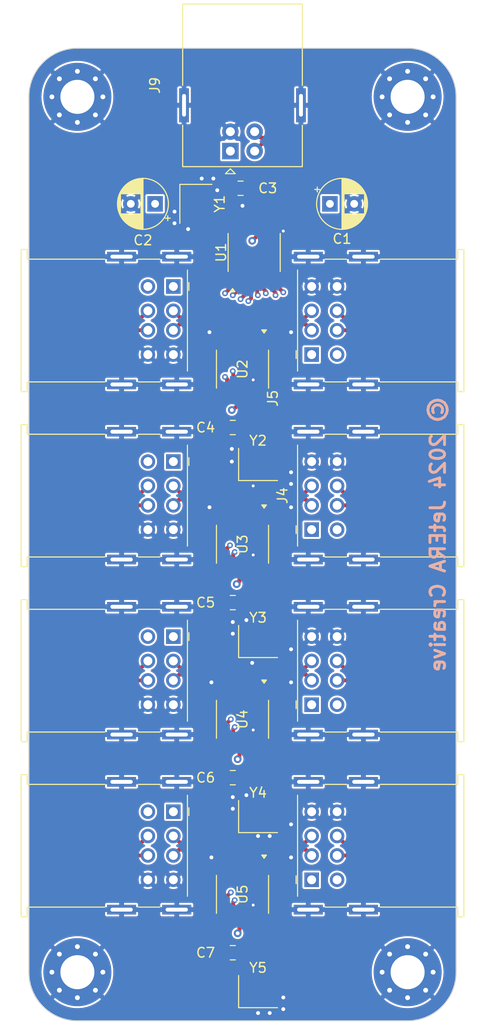
<source format=kicad_pcb>
(kicad_pcb (version 20240108) (generator "pcbnew") (generator_version "8.0")
  (title_block (title "USB 2.0 HighSpeed x16 Hub") (date "2024-11-09") (rev "2024.2") (company "JetERA Creative") (comment 1 "https://creativecommons.org/licenses/by-sa/4.0/legalcode.en") (comment 2 "Use of this PCB design is governed under the CC BY-SA 4.0 International license."))
  (layers (0 "F.Cu" signal) (1 "In1.Cu" signal) (2 "In2.Cu" signal) (31 "B.Cu" signal) (34 "B.Paste" user) (35 "F.Paste" user) (36 "B.SilkS" user "B.Silkscreen") (37 "F.SilkS" user "F.Silkscreen") (38 "B.Mask" user) (39 "F.Mask" user) (44 "Edge.Cuts" user))
  (net 0 "")
  (net 1 "+5V")
  (net 2 "GND")
  (net 3 "Net-(U3-3V3)")
  (net 4 "Net-(U4-3V3)")
  (net 5 "Net-(U5-3V3)")
  (net 6 "Net-(U3-XO)")
  (net 7 "Net-(U3-XI)")
  (net 8 "Net-(U4-XO)")
  (net 9 "Net-(U4-XI)")
  (net 10 "Net-(U5-XO)")
  (net 11 "Net-(U5-XI)")
  (net 12 "Net-(U1-D3-)")
  (net 13 "Net-(U1-D3+)")
  (net 14 "Net-(U1-D2-)")
  (net 15 "Net-(U1-D2+)")
  (net 16 "Net-(U1-D1-)")
  (net 17 "Net-(U1-D1+)")
  (net 18 "Net-(J1-D1-)")
  (net 19 "Net-(J1-D2+)")
  (net 20 "Net-(J1-D1+)")
  (net 21 "Net-(J1-D2-)")
  (net 22 "Net-(J2-D2+)")
  (net 23 "Net-(J2-D2-)")
  (net 24 "Net-(J2-D1-)")
  (net 25 "Net-(J2-D1+)")
  (net 26 "Net-(J3-D1-)")
  (net 27 "Net-(J3-D1+)")
  (net 28 "Net-(J3-D2+)")
  (net 29 "Net-(J3-D2-)")
  (net 30 "Net-(J4-D1+)")
  (net 31 "Net-(J4-D2-)")
  (net 32 "Net-(J4-D1-)")
  (net 33 "Net-(J4-D2+)")
  (net 34 "Net-(J5-D1-)")
  (net 35 "Net-(J5-D2-)")
  (net 36 "Net-(J5-D2+)")
  (net 37 "Net-(J5-D1+)")
  (net 38 "Net-(J6-D2-)")
  (net 39 "Net-(J6-D1+)")
  (net 40 "Net-(J6-D2+)")
  (net 41 "Net-(J6-D1-)")
  (net 42 "Net-(J7-D1-)")
  (net 43 "Net-(J7-D1+)")
  (net 44 "Net-(J7-D2-)")
  (net 45 "Net-(J7-D2+)")
  (net 46 "Net-(J8-D1-)")
  (net 47 "Net-(J8-D2-)")
  (net 48 "Net-(J8-D1+)")
  (net 49 "Net-(J8-D2+)")
  (net 50 "Net-(U1-3V3)")
  (net 51 "Net-(U2-3V3)")
  (net 52 "Net-(U1-D4+)")
  (net 53 "Net-(U1-D4-)")
  (net 54 "Net-(U1-XI)")
  (net 55 "Net-(U1-XO)")
  (net 56 "Net-(U2-XI)")
  (net 57 "Net-(U2-XO)")
  (net 58 "Net-(J9-D-)")
  (net 59 "Net-(J9-D+)")
  (footprint "footprints:USB_B_OST_USB-B1HSxx_Horizontal" (layer "F.Cu") (at 58.75 85.5775 90)
    (property "Reference" "J9")
    (property "Value" "USB_B")
  )
  (footprint "footprints:USB_A_Wuerth_61400826021_Horizontal_Stacked" (layer "F.Cu") (at 67.12 142.5 90)
    (property "Reference" "J6" (hide yes))
    (property "Value" "USB_A_Stacked")
  )
  (footprint "footprints:USB_A_Wuerth_61400826021_Horizontal_Stacked" (layer "F.Cu") (at 52.88 135.5 -90)
    (property "Reference" "J5" (hide yes))
    (property "Value" "USB_A_Stacked")
  )
  (footprint "footprints:USB_A_Wuerth_61400826021_Horizontal_Stacked" (layer "F.Cu") (at 67.12 124.5 90)
    (property "Reference" "J4")
    (property "Value" "USB_A_Stacked")
  )
  (footprint "Crystal:Crystal_SMD_3225-4Pin_3.2x2.5mm" (layer "F.Cu") (at 61.6 154)
    (property "Reference" "Y4")
    (property "Value" "Crystal_GND24_Small")
  )
  (footprint "Capacitor_SMD:C_0805_2012Metric" (layer "F.Cu") (at 59 168 180)
    (property "Reference" "C7")
    (property "Value" "4.7uF")
  )
  (footprint "footprints:USB_A_Wuerth_61400826021_Horizontal_Stacked" (layer "F.Cu") (at 67.12 160.5 90)
    (property "Reference" "J8" (hide yes))
    (property "Value" "USB_A_Stacked")
  )
  (footprint "Capacitor_SMD:C_0805_2012Metric" (layer "F.Cu") (at 59 150 180)
    (property "Reference" "C6")
    (property "Value" "4.7uF")
  )
  (footprint "Package_SO:QSOP-16_3.9x4.9mm_P0.635mm" (layer "F.Cu") (at 60 144 -90)
    (property "Reference" "U4")
    (property "Value" "CH334R")
  )
  (footprint "Capacitor_SMD:C_0805_2012Metric" (layer "F.Cu") (at 59.8 89.4 180)
    (property "Reference" "C3")
    (property "Value" "4.7uF")
  )
  (footprint "footprints:USB_A_Wuerth_61400826021_Horizontal_Stacked" (layer "F.Cu") (at 52.88 153.5 -90)
    (property "Reference" "J7" (hide yes))
    (property "Value" "USB_A_Stacked")
  )
  (footprint "MountingHole:MountingHole_3.5mm_Pad_Via" (layer "F.Cu") (at 77 170)
    (property "Reference" "H4" (hide yes))
    (property "Value" "MountingHole_Pad")
  )
  (footprint "Crystal:Crystal_SMD_3225-4Pin_3.2x2.5mm" (layer "F.Cu") (at 61.6 136)
    (property "Reference" "Y3")
    (property "Value" "Crystal_GND24_Small")
  )
  (footprint "Crystal:Crystal_SMD_3225-4Pin_3.2x2.5mm" (layer "F.Cu") (at 55.2 91 -90)
    (property "Reference" "Y1")
    (property "Value" "Crystal_GND24_Small")
  )
  (footprint "Package_SO:QSOP-16_3.9x4.9mm_P0.635mm" (layer "F.Cu") (at 60 108 -90)
    (property "Reference" "U2")
    (property "Value" "CH334R")
  )
  (footprint "Package_SO:QSOP-16_3.9x4.9mm_P0.635mm" (layer "F.Cu") (at 60 162 -90)
    (property "Reference" "U5")
    (property "Value" "CH334R")
  )
  (footprint "footprints:USB_A_Wuerth_61400826021_Horizontal_Stacked" (layer "F.Cu") (at 67.12 106.5 90)
    (property "Reference" "J2" (hide yes))
    (property "Value" "USB_A_Stacked")
  )
  (footprint "Capacitor_THT:CP_Radial_D5.0mm_P2.50mm" (layer "F.Cu") (at 51 91 180)
    (property "Reference" "C2")
    (property "Value" "270uF")
  )
  (footprint "Package_SO:QSOP-16_3.9x4.9mm_P0.635mm" (layer "F.Cu") (at 60 126 -90)
    (property "Reference" "U3")
    (property "Value" "CH334R")
  )
  (footprint "MountingHole:MountingHole_3.5mm_Pad_Via" (layer "F.Cu") (at 77 80)
    (property "Reference" "H2" (hide yes))
    (property "Value" "MountingHole_Pad")
  )
  (footprint "Crystal:Crystal_SMD_3225-4Pin_3.2x2.5mm" (layer "F.Cu") (at 61.6 117.8)
    (property "Reference" "Y2")
    (property "Value" "Crystal_GND24_Small")
  )
  (footprint "Capacitor_THT:CP_Radial_D5.0mm_P2.50mm" (layer "F.Cu") (at 69 91)
    (property "Reference" "C1")
    (property "Value" "270uF")
  )
  (footprint "footprints:USB_A_Wuerth_61400826021_Horizontal_Stacked" (layer "F.Cu") (at 52.88 117.5 -90)
    (property "Reference" "J3" (hide yes))
    (property "Value" "USB_A_Stacked")
  )
  (footprint "MountingHole:MountingHole_3.5mm_Pad_Via" (layer "F.Cu") (at 43 80)
    (property "Reference" "H1" (hide yes))
    (property "Value" "MountingHole_Pad")
  )
  (footprint "Crystal:Crystal_SMD_3225-4Pin_3.2x2.5mm" (layer "F.Cu") (at 61.6 172)
    (property "Reference" "Y5")
    (property "Value" "Crystal_GND24_Small")
  )
  (footprint "Capacitor_SMD:C_0805_2012Metric" (layer "F.Cu") (at 59 132 180)
    (property "Reference" "C5")
    (property "Value" "4.7uF")
  )
  (footprint "footprints:USB_A_Wuerth_61400826021_Horizontal_Stacked" (layer "F.Cu") (at 52.88 99.5 -90)
    (property "Reference" "J1" (hide yes))
    (property "Value" "USB_A_Stacked")
  )
  (footprint "Package_SO:QSOP-16_3.9x4.9mm_P0.635mm" (layer "F.Cu") (at 61.2 96 90)
    (property "Reference" "U1")
    (property "Value" "CH334R")
  )
  (footprint "Capacitor_SMD:C_0805_2012Metric" (layer "F.Cu") (at 59 114 180)
    (property "Reference" "C4")
    (property "Value" "4.7uF")
  )
  (footprint "MountingHole:MountingHole_3.5mm_Pad_Via" (layer "F.Cu") (at 43 170)
    (property "Reference" "H3" (hide yes))
    (property "Value" "MountingHole_Pad")
  )
  (gr_line (start 43 75) (end 77 75) (stroke (width 0.1)) (layer "Edge.Cuts"))
  (gr_line (start 82 80) (end 82 170) (stroke (width 0.1)) (layer "Edge.Cuts"))
  (gr_arc (start 43 175) (mid 39.464466 173.535534) (end 38 170) (stroke (width 0.1)) (layer "Edge.Cuts"))
  (gr_arc (start 38 80) (mid 39.464466 76.464466) (end 43 75) (stroke (width 0.1)) (layer "Edge.Cuts"))
  (gr_arc (start 77 75) (mid 80.535534 76.464466) (end 82 80) (stroke (width 0.1)) (layer "Edge.Cuts"))
  (gr_line (start 38 170) (end 38 80) (stroke (width 0.1)) (layer "Edge.Cuts"))
  (gr_arc (start 82 170) (mid 80.535534 173.535534) (end 77 175) (stroke (width 0.1)) (layer "Edge.Cuts"))
  (gr_line (start 77 175) (end 43 175) (stroke (width 0.1)) (layer "Edge.Cuts"))
  (gr_text "© 2024 JetERA Creative" (at 81 125 90) (layer "B.SilkS") (effects (font (size 1.5 1.5) (thickness 0.3) (bold yes)) (justify bottom mirror)))
  (gr_text "J5" (at 63.12 111 90) (layer "F.SilkS") (effects (font (size 1 1))))
  (segment (start 59.6825 147.9175) (end 59.5 148.1) (width 0.4) (layer "F.Cu") (net 1))
  (segment (start 61.5175 93.3625) (end 61.5175 94.2825) (width 0.4) (layer "F.Cu") (net 1))
  (segment (start 59.6825 128.6375) (end 59.6825 129.8175) (width 0.4) (layer "F.Cu") (net 1))
  (segment (start 61.5175 94.2825) (end 61 94.8) (width 0.4) (layer "F.Cu") (net 1))
  (segment (start 59.6825 164.6375) (end 59.6825 165.8175) (width 0.4) (layer "F.Cu") (net 1))
  (segment (start 59.6825 129.8175) (end 59.4 130.1) (width 0.4) (layer "F.Cu") (net 1))
  (segment (start 59.6825 111.524878) (end 59.007378 112.2) (width 0.4) (layer "F.Cu") (net 1))
  (segment (start 59.6825 165.8175) (end 59.5 166) (width 0.4) (layer "F.Cu") (net 1))
  (segment (start 59.6825 146.6375) (end 59.6825 147.9175) (width 0.4) (layer "F.Cu") (net 1))
  (segment (start 59.6825 110.6375) (end 59.6825 111.524878) (width 0.4) (layer "F.Cu") (net 1))
  (segment (start 59.007378 112.2) (end 58.9 112.2) (width 0.4) (layer "F.Cu") (net 1))
  (via (at 59.5 148.1) (size 0.8) (drill 0.4) (layers "F.Cu" "B.Cu") (net 1))
  (via (at 58.9 112.2) (size 0.8) (drill 0.4) (layers "F.Cu" "B.Cu") (net 1))
  (via (at 59.4 130.1) (size 0.8) (drill 0.4) (layers "F.Cu" "B.Cu") (net 1))
  (via (at 59.5 166) (size 0.8) (drill 0.4) (layers "F.Cu" "B.Cu") (net 1))
  (via (at 61 94.8) (size 0.8) (drill 0.4) (layers "F.Cu" "B.Cu") (net 1))
  (via (at 65 140.2) (size 0.8) (drill 0.4) (layers "F.Cu" "B.Cu") (net 2))
  (via (at 57.4 89.6) (size 0.8) (drill 0.4) (layers "F.Cu" "B.Cu") (net 2))
  (via (at 58.9 117.5) (size 0.8) (drill 0.4) (layers "F.Cu" "B.Cu") (net 2))
  (via (at 64.2 172.6) (size 0.8) (drill 0.4) (layers "F.Cu" "B.Cu") (net 2))
  (via (at 62.8 174.2) (size 0.8) (drill 0.4) (layers "F.Cu" "B.Cu") (net 2))
  (via (at 60.4 151.8) (size 0.8) (drill 0.4) (layers "F.Cu" "B.Cu") (net 2))
  (via (at 64.2 173.8) (size 0.8) (drill 0.4) (layers "F.Cu" "B.Cu") (net 2))
  (via (at 61.1 120) (size 0.6) (drill 0.3) (layers "F.Cu" "B.Cu") (net 2))
  (via (at 54.4 93.6) (size 0.8) (drill 0.4) (layers "F.Cu" "B.Cu") (net 2))
  (via (at 65 154.8) (size 0.8) (drill 0.4) (layers "F.Cu" "B.Cu") (net 2))
  (via (at 56.6 104.2) (size 0.8) (drill 0.4) (layers "F.Cu" "B.Cu") (net 2))
  (via (at 56.8 158.2) (size 0.8) (drill 0.4) (layers "F.Cu" "B.Cu") (net 2))
  (via (at 55.8 88.4) (size 0.8) (drill 0.4) (layers "F.Cu" "B.Cu") (net 2))
  (via (at 53 93) (size 0.8) (drill 0.4) (layers "F.Cu" "B.Cu") (net 2))
  (via (at 61.1 109.1) (size 0.6) (drill 0.3) (layers "F.Cu" "B.Cu") (net 2))
  (via (at 65 158.2) (size 0.8) (drill 0.4) (layers "F.Cu" "B.Cu") (net 2))
  (via (at 61.1 145.1) (size 0.6) (drill 0.3) (layers "F.Cu" "B.Cu") (net 2))
  (via (at 65 118.6) (size 0.8) (drill 0.4) (layers "F.Cu" "B.Cu") (net 2))
  (via (at 59 152) (size 0.8) (drill 0.4) (layers "F.Cu" "B.Cu") (net 2))
  (via (at 59 134) (size 0.8) (drill 0.4) (layers "F.Cu" "B.Cu") (net 2))
  (via (at 61.1 163.1) (size 0.6) (drill 0.3) (layers "F.Cu" "B.Cu") (net 2))
  (via (at 57 88.4) (size 0.8) (drill 0.4) (layers "F.Cu" "B.Cu") (net 2))
  (via (at 65 104.2) (size 0.8) (drill 0.4) (layers "F.Cu" "B.Cu") (net 2))
  (via (at 56.6 122.2) (size 0.8) (drill 0.4) (layers "F.Cu" "B.Cu") (net 2))
  (via (at 65 119.8) (size 0.8) (drill 0.4) (layers "F.Cu" "B.Cu") (net 2))
  (via (at 61.1 127.1) (size 0.6) (drill 0.3) (layers "F.Cu" "B.Cu") (net 2))
  (via (at 58.9 116.2) (size 0.8) (drill 0.4) (layers "F.Cu" "B.Cu") (net 2))
  (via (at 65 136.8) (size 0.8) (drill 0.4) (layers "F.Cu" "B.Cu") (net 2))
  (via (at 56.8 140.2) (size 0.8) (drill 0.4) (layers "F.Cu" "B.Cu") (net 2))
  (via (at 60 91.2) (size 0.8) (drill 0.4) (layers "F.Cu" "B.Cu") (net 2))
  (via (at 59 153.2) (size 0.8) (drill 0.4) (layers "F.Cu" "B.Cu") (net 2))
  (via (at 60.4 133.8) (size 0.8) (drill 0.4) (layers "F.Cu" "B.Cu") (net 2))
  (via (at 61.6 174.2) (size 0.8) (drill 0.4) (layers "F.Cu" "B.Cu") (net 2))
  (via (at 64.2 93.8) (size 0.6) (drill 0.3) (layers "F.Cu" "B.Cu") (net 2))
  (via (at 65 122.2) (size 0.8) (drill 0.4) (layers "F.Cu" "B.Cu") (net 2))
  (via (at 61.6 156) (size 0.8) (drill 0.4) (layers "F.Cu" "B.Cu") (net 2))
  (via (at 53 91.8) (size 0.8) (drill 0.4) (layers "F.Cu" "B.Cu") (net 2))
  (via (at 61 138.2) (size 0.8) (drill 0.4) (layers "F.Cu" "B.Cu") (net 2))
  (via (at 59 135.2) (size 0.8) (drill 0.4) (layers "F.Cu" "B.Cu") (net 2))
  (via (at 62.8 156) (size 0.8) (drill 0.4) (layers "F.Cu" "B.Cu") (net 2))
  (segment (start 60.3175 131.6325) (end 59.95 132) (width 0.4) (layer "F.Cu") (net 3))
  (segment (start 60.3175 128.6375) (end 60.3175 131.6325) (width 0.4) (layer "F.Cu") (net 3))
  (segment (start 60.3175 149.6325) (end 59.95 150) (width 0.4) (layer "F.Cu") (net 4))
  (segment (start 60.3175 146.6375) (end 60.3175 149.6325) (width 0.4) (layer "F.Cu") (net 4))
  (segment (start 60.3175 167.6325) (end 59.95 168) (width 0.4) (layer "F.Cu") (net 5))
  (segment (start 60.3175 164.6375) (end 60.3175 167.6325) (width 0.4) (layer "F.Cu") (net 5))
  (segment (start 61.6 135.9625) (end 60.7125 136.85) (width 0.4) (layer "F.Cu") (net 6))
  (segment (start 60.7125 136.85) (end 60.5 136.85) (width 0.4) (layer "F.Cu") (net 6))
  (segment (start 61.6 128.65) (end 61.6 135.9625) (width 0.4) (layer "F.Cu") (net 6))
  (segment (start 61.5875 128.6375) (end 61.6 128.65) (width 0.4) (layer "F.Cu") (net 6))
  (segment (start 62.2225 134.6725) (end 62.7 135.15) (width 0.4) (layer "F.Cu") (net 7))
  (segment (start 62.2225 128.6375) (end 62.2225 134.6725) (width 0.4) (layer "F.Cu") (net 7))
  (segment (start 61.6 146.65) (end 61.6 154) (width 0.4) (layer "F.Cu") (net 8))
  (segment (start 61.6 154) (end 60.75 154.85) (width 0.4) (layer "F.Cu") (net 8))
  (segment (start 60.75 154.85) (end 60.5 154.85) (width 0.4) (layer "F.Cu") (net 8))
  (segment (start 61.5875 146.6375) (end 61.6 146.65) (width 0.4) (layer "F.Cu") (net 8))
  (segment (start 62.2225 146.6375) (end 62.2225 152.6725) (width 0.4) (layer "F.Cu") (net 9))
  (segment (start 62.2225 152.6725) (end 62.7 153.15) (width 0.4) (layer "F.Cu") (net 9))
  (segment (start 61.6 164.65) (end 61.6 172) (width 0.4) (layer "F.Cu") (net 10))
  (segment (start 61.6 172) (end 60.75 172.85) (width 0.4) (layer "F.Cu") (net 10))
  (segment (start 61.5875 164.6375) (end 61.6 164.65) (width 0.4) (layer "F.Cu") (net 10))
  (segment (start 60.75 172.85) (end 60.5 172.85) (width 0.4) (layer "F.Cu") (net 10))
  (segment (start 62.2225 170.6725) (end 62.7 171.15) (width 0.4) (layer "F.Cu") (net 11))
  (segment (start 62.2225 164.6375) (end 62.2225 170.6725) (width 0.4) (layer "F.Cu") (net 11))
  (segment (start 60.2475 100.3525) (end 60.2475 98.6375) (width 0.4) (layer "F.Cu") (net 12))
  (segment (start 58.4125 126.4125) (end 58.4125 128.6375) (width 0.4) (layer "F.Cu") (net 12))
  (segment (start 59.8 100.8) (end 60.2475 100.3525) (width 0.4) (layer "F.Cu") (net 12))
  (segment (start 58.7125 126.1125) (end 58.4125 126.4125) (width 0.4) (layer "F.Cu") (net 12))
  (via (at 59.8 100.8) (size 0.6) (drill 0.3) (layers "F.Cu" "B.Cu") (net 12))
  (via (at 58.7125 126.1125) (size 0.6) (drill 0.3) (layers "F.Cu" "B.Cu") (net 12))
  (segment (start 59.0475 126.9525) (end 59.0475 128.6375) (width 0.4) (layer "F.Cu") (net 13))
  (segment (start 60.8825 100.7175) (end 60.8825 98.6375) (width 0.4) (layer "F.Cu") (net 13))
  (segment (start 59.2 126.8) (end 59.0475 126.9525) (width 0.4) (layer "F.Cu") (net 13))
  (segment (start 60.6 101) (end 60.8825 100.7175) (width 0.4) (layer "F.Cu") (net 13))
  (via (at 59.2 126.8) (size 0.6) (drill 0.3) (layers "F.Cu" "B.Cu") (net 13))
  (via (at 60.6 101) (size 0.6) (drill 0.3) (layers "F.Cu" "B.Cu") (net 13))
  (segment (start 58.4125 144.3875) (end 58.4125 146.6375) (width 0.4) (layer "F.Cu") (net 14))
  (segment (start 61.5825 100.4) (end 61.5175 100.335) (width 0.4) (layer "F.Cu") (net 14))
  (segment (start 61.5175 100.335) (end 61.5175 98.6375) (width 0.4) (layer "F.Cu") (net 14))
  (segment (start 58.8 144) (end 58.4125 144.3875) (width 0.4) (layer "F.Cu") (net 14))
  (via (at 58.8 144) (size 0.6) (drill 0.3) (layers "F.Cu" "B.Cu") (net 14))
  (via (at 61.5825 100.4) (size 0.6) (drill 0.3) (layers "F.Cu" "B.Cu") (net 14))
  (segment (start 59.0475 146.6375) (end 59.0475 144.9525) (width 0.4) (layer "F.Cu") (net 15))
  (segment (start 59.0475 144.9525) (end 59.2 144.8) (width 0.4) (layer "F.Cu") (net 15))
  (segment (start 62.1525 99.7525) (end 62.1525 98.6375) (width 0.4) (layer "F.Cu") (net 15))
  (segment (start 62.4 100.2) (end 62.4 100) (width 0.4) (layer "F.Cu") (net 15))
  (segment (start 62.4 100) (end 62.1525 99.7525) (width 0.4) (layer "F.Cu") (net 15))
  (via (at 62.4 100.2) (size 0.6) (drill 0.3) (layers "F.Cu" "B.Cu") (net 15))
  (via (at 59.2 144.8) (size 0.6) (drill 0.3) (layers "F.Cu" "B.Cu") (net 15))
  (segment (start 58.8 161.8) (end 58.4125 162.1875) (width 0.4) (layer "F.Cu") (net 16))
  (segment (start 63.4 100.148528) (end 62.7875 99.536028) (width 0.4) (layer "F.Cu") (net 16))
  (segment (start 62.7875 99.536028) (end 62.7875 98.6375) (width 0.4) (layer "F.Cu") (net 16))
  (segment (start 58.4125 162.1875) (end 58.4125 164.6375) (width 0.4) (layer "F.Cu") (net 16))
  (segment (start 63.4 100.4) (end 63.4 100.148528) (width 0.4) (layer "F.Cu") (net 16))
  (via (at 58.8 161.8) (size 0.6) (drill 0.3) (layers "F.Cu" "B.Cu") (net 16))
  (via (at 63.4 100.4) (size 0.6) (drill 0.3) (layers "F.Cu" "B.Cu") (net 16))
  (segment (start 63.4225 99.3225) (end 63.4225 98.6375) (width 0.4) (layer "F.Cu") (net 17))
  (segment (start 59.2 162.6) (end 59.0475 162.7525) (width 0.4) (layer "F.Cu") (net 17))
  (segment (start 64.2 100.1) (end 63.4225 99.3225) (width 0.4) (layer "F.Cu") (net 17))
  (segment (start 59.0475 162.7525) (end 59.0475 164.6375) (width 0.4) (layer "F.Cu") (net 17))
  (via (at 59.2 162.6) (size 0.6) (drill 0.3) (layers "F.Cu" "B.Cu") (net 17))
  (via (at 64.2 100.1) (size 0.6) (drill 0.3) (layers "F.Cu" "B.Cu") (net 17))
  (segment (start 58.220906 102.8) (end 53.68 102.8) (width 0.4) (layer "F.Cu") (net 18))
  (segment (start 59.6825 105.3625) (end 59.6825 104.261594) (width 0.4) (layer "F.Cu") (net 18))
  (segment (start 59.6825 104.261594) (end 58.220906 102.8) (width 0.4) (layer "F.Cu") (net 18))
  (segment (start 53.68 102.8) (end 52.88 102) (width 0.4) (layer "F.Cu") (net 18))
  (segment (start 55.81385 108) (end 49.648528 108) (width 0.4) (layer "F.Cu") (net 19))
  (segment (start 49.648528 108) (end 48.8 107.151472) (width 0.4) (layer "F.Cu") (net 19))
  (segment (start 48.8 104.308528) (end 49.108528 104) (width 0.4) (layer "F.Cu") (net 19))
  (segment (start 57.7775 105.3625) (end 57.7775 106.03635) (width 0.4) (layer "F.Cu") (net 19))
  (segment (start 49.108528 104) (end 50.26 104) (width 0.4) (layer "F.Cu") (net 19))
  (segment (start 48.8 107.151472) (end 48.8 104.308528) (width 0.4) (layer "F.Cu") (net 19))
  (segment (start 57.7775 106.03635) (end 55.81385 108) (width 0.4) (layer "F.Cu") (net 19))
  (segment (start 53.48 103.4) (end 52.88 104) (width 0.4) (layer "F.Cu") (net 20))
  (segment (start 59.0475 105.3625) (end 59.0475 104.475122) (width 0.4) (layer "F.Cu") (net 20))
  (segment (start 59.0475 104.475122) (end 57.972378 103.4) (width 0.4) (layer "F.Cu") (net 20))
  (segment (start 57.972378 103.4) (end 53.48 103.4) (width 0.4) (layer "F.Cu") (net 20))
  (segment (start 48.2 104.06) (end 50.26 102) (width 0.4) (layer "F.Cu") (net 21))
  (segment (start 48.2 107.4) (end 48.2 104.06) (width 0.4) (layer "F.Cu") (net 21))
  (segment (start 56.062378 108.6) (end 49.4 108.6) (width 0.4) (layer "F.Cu") (net 21))
  (segment (start 58.4125 105.3625) (end 58.4125 106.249878) (width 0.4) (layer "F.Cu") (net 21))
  (segment (start 49.4 108.6) (end 48.2 107.4) (width 0.4) (layer "F.Cu") (net 21))
  (segment (start 58.4125 106.249878) (end 56.062378 108.6) (width 0.4) (layer "F.Cu") (net 21))
  (segment (start 61.5875 105.3625) (end 61.5875 106.249878) (width 0.4) (layer "F.Cu") (net 22))
  (segment (start 71.8 107.5) (end 71.8 104.06) (width 0.4) (layer "F.Cu") (net 22))
  (segment (start 61.5875 106.249878) (end 63.937622 108.6) (width 0.4) (layer "F.Cu") (net 22))
  (segment (start 71.8 104.06) (end 69.74 102) (width 0.4) (layer "F.Cu") (net 22))
  (segment (start 63.937622 108.6) (end 70.7 108.6) (width 0.4) (layer "F.Cu") (net 22))
  (segment (start 70.7 108.6) (end 71.8 107.5) (width 0.4) (layer "F.Cu") (net 22))
  (segment (start 62.2225 106.03635) (end 64.18615 108) (width 0.4) (layer "F.Cu") (net 23))
  (segment (start 62.2225 105.3625) (end 62.2225 106.03635) (width 0.4) (layer "F.Cu") (net 23))
  (segment (start 71.2 107.251472) (end 71.2 104.4) (width 0.4) (layer "F.Cu") (net 23))
  (segment (start 70.8 104) (end 69.74 104) (width 0.4) (layer "F.Cu") (net 23))
  (segment (start 71.2 104.4) (end 70.8 104) (width 0.4) (layer "F.Cu") (net 23))
  (segment (start 64.18615 108) (end 70.451472 108) (width 0.4) (layer "F.Cu") (net 23))
  (segment (start 70.451472 108) (end 71.2 107.251472) (width 0.4) (layer "F.Cu") (net 23))
  (segment (start 66.52 103.4) (end 67.12 104) (width 0.4) (layer "F.Cu") (net 24))
  (segment (start 62.027622 103.4) (end 66.52 103.4) (width 0.4) (layer "F.Cu") (net 24))
  (segment (start 60.9525 105.3625) (end 60.9525 104.475122) (width 0.4) (layer "F.Cu") (net 24))
  (segment (start 60.9525 104.475122) (end 62.027622 103.4) (width 0.4) (layer "F.Cu") (net 24))
  (segment (start 66.32 102.8) (end 67.12 102) (width 0.4) (layer "F.Cu") (net 25))
  (segment (start 60.3175 105.3625) (end 60.3175 104.261594) (width 0.4) (layer "F.Cu") (net 25))
  (segment (start 61.779094 102.8) (end 66.32 102.8) (width 0.4) (layer "F.Cu") (net 25))
  (segment (start 60.3175 104.261594) (end 61.779094 102.8) (width 0.4) (layer "F.Cu") (net 25))
  (segment (start 59.6825 122.261594) (end 58.220906 120.8) (width 0.4) (layer "F.Cu") (net 26))
  (segment (start 59.6825 123.3625) (end 59.6825 122.261594) (width 0.4) (layer "F.Cu") (net 26))
  (segment (start 53.68 120.8) (end 52.88 120) (width 0.4) (layer "F.Cu") (net 26))
  (segment (start 58.220906 120.8) (end 53.68 120.8) (width 0.4) (layer "F.Cu") (net 26))
  (segment (start 59.0475 123.3625) (end 59.0475 122.475122) (width 0.4) (layer "F.Cu") (net 27))
  (segment (start 57.972378 121.4) (end 53.48 121.4) (width 0.4) (layer "F.Cu") (net 27))
  (segment (start 59.0475 122.475122) (end 57.972378 121.4) (width 0.4) (layer "F.Cu") (net 27))
  (segment (start 53.48 121.4) (end 52.88 122) (width 0.4) (layer "F.Cu") (net 27))
  (segment (start 57.7775 124.03635) (end 55.81385 126) (width 0.4) (layer "F.Cu") (net 28))
  (segment (start 57.7775 123.3625) (end 57.7775 124.03635) (width 0.4) (layer "F.Cu") (net 28))
  (segment (start 49.108528 122) (end 50.26 122) (width 0.4) (layer "F.Cu") (net 28))
  (segment (start 48.8 122.308528) (end 49.108528 122) (width 0.4) (layer "F.Cu") (net 28))
  (segment (start 49.648528 126) (end 48.8 125.151472) (width 0.4) (layer "F.Cu") (net 28))
  (segment (start 48.8 125.151472) (end 48.8 122.308528) (width 0.4) (layer "F.Cu") (net 28))
  (segment (start 55.81385 126) (end 49.648528 126) (width 0.4) (layer "F.Cu") (net 28))
  (segment (start 48.2 122.06) (end 50.26 120) (width 0.4) (layer "F.Cu") (net 29))
  (segment (start 48.2 125.4) (end 48.2 122.06) (width 0.4) (layer "F.Cu") (net 29))
  (segment (start 58.4125 124.249878) (end 56.062378 126.6) (width 0.4) (layer "F.Cu") (net 29))
  (segment (start 58.4125 123.3625) (end 58.4125 124.249878) (width 0.4) (layer "F.Cu") (net 29))
  (segment (start 56.062378 126.6) (end 49.4 126.6) (width 0.4) (layer "F.Cu") (net 29))
  (segment (start 49.4 126.6) (end 48.2 125.4) (width 0.4) (layer "F.Cu") (net 29))
  (segment (start 60.3175 123.3625) (end 60.3175 122.261594) (width 0.4) (layer "F.Cu") (net 30))
  (segment (start 66.32 120.8) (end 67.12 120) (width 0.4) (layer "F.Cu") (net 30))
  (segment (start 61.779094 120.8) (end 66.32 120.8) (width 0.4) (layer "F.Cu") (net 30))
  (segment (start 60.3175 122.261594) (end 61.779094 120.8) (width 0.4) (layer "F.Cu") (net 30))
  (segment (start 70.8 122) (end 69.74 122) (width 0.4) (layer "F.Cu") (net 31))
  (segment (start 64.18615 126) (end 70.451472 126) (width 0.4) (layer "F.Cu") (net 31))
  (segment (start 62.2225 123.3625) (end 62.2225 124.03635) (width 0.4) (layer "F.Cu") (net 31))
  (segment (start 70.451472 126) (end 71.2 125.251472) (width 0.4) (layer "F.Cu") (net 31))
  (segment (start 71.2 125.251472) (end 71.2 122.4) (width 0.4) (layer "F.Cu") (net 31))
  (segment (start 71.2 122.4) (end 70.8 122) (width 0.4) (layer "F.Cu") (net 31))
  (segment (start 62.2225 124.03635) (end 64.18615 126) (width 0.4) (layer "F.Cu") (net 31))
  (segment (start 60.9525 122.475122) (end 62.027622 121.4) (width 0.4) (layer "F.Cu") (net 32))
  (segment (start 66.52 121.4) (end 67.12 122) (width 0.4) (layer "F.Cu") (net 32))
  (segment (start 60.9525 123.3625) (end 60.9525 122.475122) (width 0.4) (layer "F.Cu") (net 32))
  (segment (start 62.027622 121.4) (end 66.52 121.4) (width 0.4) (layer "F.Cu") (net 32))
  (segment (start 70.7 126.6) (end 71.8 125.5) (width 0.4) (layer "F.Cu") (net 33))
  (segment (start 63.937622 126.6) (end 70.7 126.6) (width 0.4) (layer "F.Cu") (net 33))
  (segment (start 61.5875 123.3625) (end 61.5875 124.249878) (width 0.4) (layer "F.Cu") (net 33))
  (segment (start 71.8 122.06) (end 69.74 120) (width 0.4) (layer "F.Cu") (net 33))
  (segment (start 71.8 125.5) (end 71.8 122.06) (width 0.4) (layer "F.Cu") (net 33))
  (segment (start 61.5875 124.249878) (end 63.937622 126.6) (width 0.4) (layer "F.Cu") (net 33))
  (segment (start 53.68 138.8) (end 52.88 138) (width 0.4) (layer "F.Cu") (net 34))
  (segment (start 59.6825 141.3625) (end 59.6825 140.261594) (width 0.4) (layer "F.Cu") (net 34))
  (segment (start 59.6825 140.261594) (end 58.220906 138.8) (width 0.4) (layer "F.Cu") (net 34))
  (segment (start 58.220906 138.8) (end 53.68 138.8) (width 0.4) (layer "F.Cu") (net 34))
  (segment (start 49.4 144.6) (end 48.2 143.4) (width 0.4) (layer "F.Cu") (net 35))
  (segment (start 58.4125 142.249878) (end 56.062378 144.6) (width 0.4) (layer "F.Cu") (net 35))
  (segment (start 58.4125 141.3625) (end 58.4125 142.249878) (width 0.4) (layer "F.Cu") (net 35))
  (segment (start 48.2 143.4) (end 48.2 140.06) (width 0.4) (layer "F.Cu") (net 35))
  (segment (start 56.062378 144.6) (end 49.4 144.6) (width 0.4) (layer "F.Cu") (net 35))
  (segment (start 48.2 140.06) (end 50.26 138) (width 0.4) (layer "F.Cu") (net 35))
  (segment (start 48.8 143.151472) (end 48.8 140.308528) (width 0.4) (layer "F.Cu") (net 36))
  (segment (start 55.81385 144) (end 49.648528 144) (width 0.4) (layer "F.Cu") (net 36))
  (segment (start 49.108528 140) (end 50.26 140) (width 0.4) (layer "F.Cu") (net 36))
  (segment (start 57.7775 141.3625) (end 57.7775 142.03635) (width 0.4) (layer "F.Cu") (net 36))
  (segment (start 57.7775 142.03635) (end 55.81385 144) (width 0.4) (layer "F.Cu") (net 36))
  (segment (start 48.8 140.308528) (end 49.108528 140) (width 0.4) (layer "F.Cu") (net 36))
  (segment (start 49.648528 144) (end 48.8 143.151472) (width 0.4) (layer "F.Cu") (net 36))
  (segment (start 59.0475 140.475122) (end 57.972378 139.4) (width 0.4) (layer "F.Cu") (net 37))
  (segment (start 59.0475 141.3625) (end 59.0475 140.475122) (width 0.4) (layer "F.Cu") (net 37))
  (segment (start 57.972378 139.4) (end 53.48 139.4) (width 0.4) (layer "F.Cu") (net 37))
  (segment (start 53.48 139.4) (end 52.88 140) (width 0.4) (layer "F.Cu") (net 37))
  (segment (start 71.2 140.4) (end 70.8 140) (width 0.4) (layer "F.Cu") (net 38))
  (segment (start 71.2 143.251472) (end 71.2 140.4) (width 0.4) (layer "F.Cu") (net 38))
  (segment (start 70.8 140) (end 69.74 140) (width 0.4) (layer "F.Cu") (net 38))
  (segment (start 64.18615 144) (end 70.451472 144) (width 0.4) (layer "F.Cu") (net 38))
  (segment (start 62.2225 141.3625) (end 62.2225 142.03635) (width 0.4) (layer "F.Cu") (net 38))
  (segment (start 70.451472 144) (end 71.2 143.251472) (width 0.4) (layer "F.Cu") (net 38))
  (segment (start 62.2225 142.03635) (end 64.18615 144) (width 0.4) (layer "F.Cu") (net 38))
  (segment (start 60.3175 141.3625) (end 60.3175 140.261594) (width 0.4) (layer "F.Cu") (net 39))
  (segment (start 66.32 138.8) (end 67.12 138) (width 0.4) (layer "F.Cu") (net 39))
  (segment (start 61.779094 138.8) (end 66.32 138.8) (width 0.4) (layer "F.Cu") (net 39))
  (segment (start 60.3175 140.261594) (end 61.779094 138.8) (width 0.4) (layer "F.Cu") (net 39))
  (segment (start 71.8 143.5) (end 71.8 140.06) (width 0.4) (layer "F.Cu") (net 40))
  (segment (start 71.8 140.06) (end 69.74 138) (width 0.4) (layer "F.Cu") (net 40))
  (segment (start 70.7 144.6) (end 71.8 143.5) (width 0.4) (layer "F.Cu") (net 40))
  (segment (start 63.937622 144.6) (end 70.7 144.6) (width 0.4) (layer "F.Cu") (net 40))
  (segment (start 61.5875 142.249878) (end 63.937622 144.6) (width 0.4) (layer "F.Cu") (net 40))
  (segment (start 61.5875 141.3625) (end 61.5875 142.249878) (width 0.4) (layer "F.Cu") (net 40))
  (segment (start 60.9525 140.475122) (end 62.027622 139.4) (width 0.4) (layer "F.Cu") (net 41))
  (segment (start 62.027622 139.4) (end 66.52 139.4) (width 0.4) (layer "F.Cu") (net 41))
  (segment (start 66.52 139.4) (end 67.12 140) (width 0.4) (layer "F.Cu") (net 41))
  (segment (start 60.9525 141.3625) (end 60.9525 140.475122) (width 0.4) (layer "F.Cu") (net 41))
  (segment (start 53.68 156.8) (end 52.88 156) (width 0.4) (layer "F.Cu") (net 42))
  (segment (start 59.6825 159.3625) (end 59.6825 158.261594) (width 0.4) (layer "F.Cu") (net 42))
  (segment (start 58.220906 156.8) (end 53.68 156.8) (width 0.4) (layer "F.Cu") (net 42))
  (segment (start 59.6825 158.261594) (end 58.220906 156.8) (width 0.4) (layer "F.Cu") (net 42))
  (segment (start 57.972378 157.4) (end 53.48 157.4) (width 0.4) (layer "F.Cu") (net 43))
  (segment (start 59.0475 158.475122) (end 57.972378 157.4) (width 0.4) (layer "F.Cu") (net 43))
  (segment (start 53.48 157.4) (end 52.88 158) (width 0.4) (layer "F.Cu") (net 43))
  (segment (start 59.0475 159.3625) (end 59.0475 158.475122) (width 0.4) (layer "F.Cu") (net 43))
  (segment (start 48.2 161.4) (end 48.2 158.06) (width 0.4) (layer "F.Cu") (net 44))
  (segment (start 58.4125 159.3625) (end 58.4125 160.249878) (width 0.4) (layer "F.Cu") (net 44))
  (segment (start 58.4125 160.249878) (end 56.062378 162.6) (width 0.4) (layer "F.Cu") (net 44))
  (segment (start 49.4 162.6) (end 48.2 161.4) (width 0.4) (layer "F.Cu") (net 44))
  (segment (start 56.062378 162.6) (end 49.4 162.6) (width 0.4) (layer "F.Cu") (net 44))
  (segment (start 48.2 158.06) (end 50.26 156) (width 0.4) (layer "F.Cu") (net 44))
  (segment (start 55.81385 162) (end 49.648528 162) (width 0.4) (layer "F.Cu") (net 45))
  (segment (start 57.7775 160.03635) (end 55.81385 162) (width 0.4) (layer "F.Cu") (net 45))
  (segment (start 49.108528 158) (end 50.26 158) (width 0.4) (layer "F.Cu") (net 45))
  (segment (start 48.8 161.151472) (end 48.8 158.308528) (width 0.4) (layer "F.Cu") (net 45))
  (segment (start 57.7775 159.3625) (end 57.7775 160.03635) (width 0.4) (layer "F.Cu") (net 45))
  (segment (start 48.8 158.308528) (end 49.108528 158) (width 0.4) (layer "F.Cu") (net 45))
  (segment (start 49.648528 162) (end 48.8 161.151472) (width 0.4) (layer "F.Cu") (net 45))
  (segment (start 60.9525 158.475122) (end 62.027622 157.4) (width 0.4) (layer "F.Cu") (net 46))
  (segment (start 66.52 157.4) (end 67.12 158) (width 0.4) (layer "F.Cu") (net 46))
  (segment (start 62.027622 157.4) (end 66.52 157.4) (width 0.4) (layer "F.Cu") (net 46))
  (segment (start 60.9525 159.3625) (end 60.9525 158.475122) (width 0.4) (layer "F.Cu") (net 46))
  (segment (start 70.451472 162) (end 71.2 161.251472) (width 0.4) (layer "F.Cu") (net 47))
  (segment (start 71.2 161.251472) (end 71.2 158.4) (width 0.4) (layer "F.Cu") (net 47))
  (segment (start 62.2225 159.3625) (end 62.2225 160.03635) (width 0.4) (layer "F.Cu") (net 47))
  (segment (start 71.2 158.4) (end 70.8 158) (width 0.4) (layer "F.Cu") (net 47))
  (segment (start 64.18615 162) (end 70.451472 162) (width 0.4) (layer "F.Cu") (net 47))
  (segment (start 70.8 158) (end 69.74 158) (width 0.4) (layer "F.Cu") (net 47))
  (segment (start 62.2225 160.03635) (end 64.18615 162) (width 0.4) (layer "F.Cu") (net 47))
  (segment (start 66.32 156.8) (end 67.12 156) (width 0.4) (layer "F.Cu") (net 48))
  (segment (start 60.3175 159.3625) (end 60.3175 158.261594) (width 0.4) (layer "F.Cu") (net 48))
  (segment (start 60.3175 158.261594) (end 61.779094 156.8) (width 0.4) (layer "F.Cu") (net 48))
  (segment (start 61.779094 156.8) (end 66.32 156.8) (width 0.4) (layer "F.Cu") (net 48))
  (segment (start 61.5875 159.3625) (end 61.5875 160.249878) (width 0.4) (layer "F.Cu") (net 49))
  (segment (start 71.8 158.06) (end 69.74 156) (width 0.4) (layer "F.Cu") (net 49))
  (segment (start 70.7 162.6) (end 71.8 161.5) (width 0.4) (layer "F.Cu") (net 49))
  (segment (start 63.937622 162.6) (end 70.7 162.6) (width 0.4) (layer "F.Cu") (net 49))
  (segment (start 71.8 161.5) (end 71.8 158.06) (width 0.4) (layer "F.Cu") (net 49))
  (segment (start 61.5875 160.249878) (end 63.937622 162.6) (width 0.4) (layer "F.Cu") (net 49))
  (segment (start 60.8825 89.5325) (end 60.75 89.4) (width 0.4) (layer "F.Cu") (net 50))
  (segment (start 60.8825 93.3625) (end 60.8825 89.5325) (width 0.4) (layer "F.Cu") (net 50))
  (segment (start 60.3175 113.6325) (end 59.95 114) (width 0.4) (layer "F.Cu") (net 51))
  (segment (start 60.3175 110.6375) (end 60.3175 113.6325) (width 0.4) (layer "F.Cu") (net 51))
  (segment (start 59 108.2) (end 59.0475 108.2475) (width 0.4) (layer "F.Cu") (net 52))
  (segment (start 59.0475 108.2475) (end 59.0475 110.6375) (width 0.4) (layer "F.Cu") (net 52))
  (segment (start 59.6125 99.7875) (end 59 100.4) (width 0.4) (layer "F.Cu") (net 52))
  (segment (start 59.6125 98.6375) (end 59.6125 99.7875) (width 0.4) (layer "F.Cu") (net 52))
  (via (at 59 108.2) (size 0.6) (drill 0.3) (layers "F.Cu" "B.Cu") (net 52))
  (via (at 59 100.4) (size 0.6) (drill 0.3) (layers "F.Cu" "B.Cu") (net 52))
  (segment (start 58.9775 98.6375) (end 58.9775 99.4225) (width 0.4) (layer "F.Cu") (net 53))
  (segment (start 58.4125 109.0125) (end 58.2 108.8) (width 0.4) (layer "F.Cu") (net 53))
  (segment (start 58.4125 110.6375) (end 58.4125 109.0125) (width 0.4) (layer "F.Cu") (net 53))
  (segment (start 58.9775 99.4225) (end 58.2 100.2) (width 0.4) (layer "F.Cu") (net 53))
  (via (at 58.2 100.2) (size 0.6) (drill 0.3) (layers "F.Cu" "B.Cu") (net 53))
  (via (at 58.2 108.8) (size 0.6) (drill 0.3) (layers "F.Cu" "B.Cu") (net 53))
  (segment (start 56.55 91.6) (end 57.88885 91.6) (width 0.4) (layer "F.Cu") (net 54))
  (segment (start 57.88885 91.6) (end 58.9775 92.68865) (width 0.4) (layer "F.Cu") (net 54))
  (segment (start 58.9775 92.68865) (end 58.9775 93.3625) (width 0.4) (layer "F.Cu") (net 54))
  (segment (start 56.05 92.1) (end 56.55 91.6) (width 0.4) (layer "F.Cu") (net 54))
  (segment (start 55.05 91) (end 58.137378 91) (width 0.4) (layer "F.Cu") (net 55))
  (segment (start 58.137378 91) (end 59.6125 92.475122) (width 0.4) (layer "F.Cu") (net 55))
  (segment (start 54.35 90.3) (end 55.05 91) (width 0.4) (layer "F.Cu") (net 55))
  (segment (start 54.35 89.9) (end 54.35 90.3) (width 0.4) (layer "F.Cu") (net 55))
  (segment (start 59.6125 92.475122) (end 59.6125 93.3625) (width 0.4) (layer "F.Cu") (net 55))
  (segment (start 62.2225 116.4725) (end 62.7 116.95) (width 0.4) (layer "F.Cu") (net 56))
  (segment (start 62.2225 110.6375) (end 62.2225 116.4725) (width 0.4) (layer "F.Cu") (net 56))
  (segment (start 60.7125 118.65) (end 60.5 118.65) (width 0.4) (layer "F.Cu") (net 57))
  (segment (start 61.5875 110.6375) (end 61.6 110.65) (width 0.4) (layer "F.Cu") (net 57))
  (segment (start 61.6 117.7625) (end 60.7125 118.65) (width 0.4) (layer "F.Cu") (net 57))
  (segment (start 61.6 110.65) (end 61.6 117.7625) (width 0.4) (layer "F.Cu") (net 57))
  (segment (start 62.7875 93.3625) (end 62.7875 94.249878) (width 0.4) (layer "F.Cu") (net 58))
  (segment (start 63.137622 94.6) (end 64.575736 94.6) (width 0.4) (layer "F.Cu") (net 58))
  (segment (start 64.575736 94.6) (end 65 94.175736) (width 0.4) (layer "F.Cu") (net 58))
  (segment (start 62.7875 94.249878) (end 63.137622 94.6) (width 0.4) (layer "F.Cu") (net 58))
  (segment (start 65 86.6) (end 63.2 84.8) (width 0.4) (layer "F.Cu") (net 58))
  (segment (start 62.0275 84.8) (end 61.25 85.5775) (width 0.4) (layer "F.Cu") (net 58))
  (segment (start 63.2 84.8) (end 62.0275 84.8) (width 0.4) (layer "F.Cu") (net 58))
  (segment (start 65 94.175736) (end 65 86.6) (width 0.4) (layer "F.Cu") (net 58))
  (segment (start 62.1525 94.463406) (end 62.889094 95.2) (width 0.4) (layer "F.Cu") (net 59))
  (segment (start 63.448528 84.2) (end 61.8725 84.2) (width 0.4) (layer "F.Cu") (net 59))
  (segment (start 62.889094 95.2) (end 64.824264 95.2) (width 0.4) (layer "F.Cu") (net 59))
  (segment (start 65.6 86.351472) (end 63.448528 84.2) (width 0.4) (layer "F.Cu") (net 59))
  (segment (start 62.1525 93.3625) (end 62.1525 94.463406) (width 0.4) (layer "F.Cu") (net 59))
  (segment (start 64.824264 95.2) (end 65.6 94.424264) (width 0.4) (layer "F.Cu") (net 59))
  (segment (start 61.8725 84.2) (end 61.25 83.5775) (width 0.4) (layer "F.Cu") (net 59))
  (segment (start 65.6 94.424264) (end 65.6 86.351472) (width 0.4) (layer "F.Cu") (net 59))
  (zone (net 2) (net_name "GND") (layers "F.Cu" "In1.Cu" "B.Cu") (connect_pads (clearance 0.1)) (min_thickness 0.25) (fill yes (thermal_gap 0.2) (thermal_bridge_width 0.5))
    (polygon (pts (xy 38 75) (xy 82 75) (xy 82 175) (xy 38 175)))
  )
)
</source>
